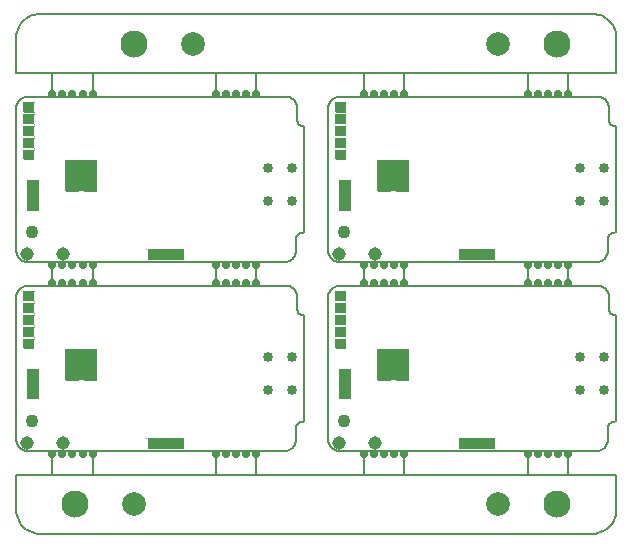
<source format=gbr>
*
%FSLAX26Y26*%
%MOIN*%
%ADD10C,0.033250*%
%ADD11C,0.042750*%
%ADD12R,0.043250X0.043250*%
%ADD13C,0.001500*%
%ADD14C,0.045000*%
%ADD15R,0.032500X0.032500*%
%ADD16C,0.004000*%
%ADD17R,0.101000X0.101000*%
%ADD18R,0.031750X0.031750*%
%ADD19C,0.005500*%
%ADD20R,0.005000X0.005000*%
%ADD21C,0.005906*%
%ADD22C,0.003000*%
%ADD23C,0.027559*%
%ADD24C,0.006063*%
%ADD25C,0.008000*%
%ADD26C,0.090551*%
%ADD27C,0.078740*%
%IPPOS*%
%LNgbs.gbr*%
%LPD*%
G75*
G54D10*
X844488Y205119D03*
X923228D03*
G54D11*
X57874Y101575D03*
G54D12*
Y193373D02*
Y253873D01*
G54D13*
X36249Y172498D02*
Y274748D01*
X79499Y172498D02*
Y274748D01*
G54D10*
X923228Y313386D03*
X844488D03*
G54D14*
X39370Y27560D03*
X159449D03*
G54D15*
X43276Y358268D02*
X47276D01*
G54D16*
X29026Y374518D02*
X61526D01*
X29026Y342018D02*
X61526D01*
G54D15*
X43276Y437008D02*
X47276D01*
G54D16*
X29026Y453258D02*
X61526D01*
X29026Y420758D02*
X61526D01*
G54D15*
X43276Y397638D02*
X47276D01*
G54D16*
X29026Y413888D02*
X61526D01*
X29026Y381388D02*
X61526D01*
G54D15*
X43276Y476379D02*
X47276D01*
G54D16*
X29026Y492629D02*
X61526D01*
X29026Y460129D02*
X61526D01*
G54D15*
X43276Y515749D02*
X47276D01*
G54D16*
X29026Y531999D02*
X61526D01*
X29026Y499499D02*
X61526D01*
G54D17*
X218079Y288977D02*
X222079D01*
G54D16*
X169579Y339477D02*
X270579D01*
X169579Y238477D02*
X270579D01*
G54D18*
X454000Y27166D02*
X546000D01*
G54D19*
X440875Y43041D02*
X559125D01*
X440875Y11291D02*
X559125D01*
%LPC*%
G75*
X559125Y11291D02*
G54D20*
X61044Y377953D02*
X29508D01*
Y417323D02*
X61044D01*
Y456693D02*
X29508D01*
X61044Y496064D02*
X29508D01*
%LPD*%
G75*
X29508Y496064D02*
G54D21*
X3937Y39371D02*
X4087Y35938D01*
X4535Y32536D01*
X5280Y29182D01*
X6311Y25906D01*
X7626Y22733D01*
X9213Y19686D01*
X11055Y16788D01*
X13150Y14064D01*
X15468Y11532D01*
X18000Y9213D01*
X20724Y7119D01*
X23622Y5276D01*
X26669Y3690D01*
X29843Y2375D01*
X33118Y1343D01*
X36472Y599D01*
X39874Y150D01*
X43307Y1D01*
X897638D01*
X901071Y150D01*
X904472Y599D01*
X907827Y1343D01*
X911102Y2375D01*
X914276Y3690D01*
X917323Y5276D01*
X920220Y7119D01*
X922945Y9213D01*
X925476Y11532D01*
X927795Y14064D01*
X929890Y16788D01*
X931732Y19686D01*
X933319Y22733D01*
X934634Y25906D01*
X935665Y29182D01*
X936409Y32536D01*
X936858Y35938D01*
X937008Y39371D01*
Y78741D01*
X937083Y80457D01*
X937307Y82158D01*
X937677Y83835D01*
X938197Y85473D01*
X938850Y87060D01*
X939646Y88583D01*
X940567Y90032D01*
X941614Y91394D01*
X942772Y92662D01*
X944039Y93819D01*
X945402Y94867D01*
X946850Y95788D01*
X948374Y96583D01*
X949961Y97237D01*
X951598Y97756D01*
X953276Y98127D01*
X954976Y98351D01*
X956693Y98426D01*
X957378Y98457D01*
X958059Y98544D01*
X958732Y98693D01*
X959386Y98902D01*
X960020Y99162D01*
X960630Y99481D01*
X961209Y99851D01*
X961756Y100268D01*
X962260Y100733D01*
X962724Y101237D01*
X963142Y101784D01*
X963512Y102363D01*
X963831Y102973D01*
X964091Y103607D01*
X964299Y104260D01*
X964449Y104934D01*
X964535Y105615D01*
X964567Y106300D01*
Y448819D01*
X964551Y449162D01*
X964508Y449504D01*
X964433Y449839D01*
X964331Y450166D01*
X964197Y450485D01*
X964039Y450788D01*
X963854Y451079D01*
X963646Y451351D01*
X963413Y451603D01*
X963161Y451835D01*
X962890Y452044D01*
X962598Y452229D01*
X962295Y452386D01*
X961976Y452520D01*
X961650Y452623D01*
X961315Y452697D01*
X960972Y452741D01*
X960630Y452756D01*
X958913Y452831D01*
X957213Y453056D01*
X955535Y453426D01*
X953898Y453945D01*
X952311Y454599D01*
X950787Y455394D01*
X949339Y456316D01*
X947976Y457363D01*
X946709Y458520D01*
X945551Y459788D01*
X944504Y461150D01*
X943583Y462599D01*
X942787Y464123D01*
X942134Y465709D01*
X941614Y467347D01*
X941244Y469024D01*
X941020Y470725D01*
X940945Y472441D01*
Y511812D01*
X940795Y515245D01*
X940346Y518646D01*
X939602Y522001D01*
X938571Y525276D01*
X937256Y528449D01*
X935669Y531497D01*
X933827Y534394D01*
X931732Y537119D01*
X929413Y539650D01*
X926882Y541969D01*
X924157Y544064D01*
X921260Y545906D01*
X918213Y547493D01*
X915039Y548808D01*
X911764Y549839D01*
X908409Y550583D01*
X905008Y551032D01*
X901575Y551182D01*
X43307D01*
X39874Y551032D01*
X36472Y550583D01*
X33118Y549839D01*
X29843Y548808D01*
X26669Y547493D01*
X23622Y545906D01*
X20724Y544064D01*
X18000Y541969D01*
X15468Y539650D01*
X13150Y537119D01*
X11055Y534394D01*
X9213Y531497D01*
X7626Y528449D01*
X6311Y525276D01*
X5280Y522001D01*
X4535Y518646D01*
X4087Y515245D01*
X3937Y511812D01*
Y39371D01*
%LPC*%
G75*
X3937Y39371D02*
G54D22*
X35689Y171910D02*
X80059D01*
Y275335D01*
X35689D01*
Y171910D01*
X63524Y344863D02*
Y359863D01*
Y390138D02*
Y405138D01*
Y429508D02*
Y444508D01*
Y469879D02*
Y482879D01*
Y509249D02*
Y522249D01*
X213579Y236477D02*
X226579D01*
X561555Y10812D02*
Y45414D01*
X438445D01*
Y10812D01*
X63524Y359863D02*
X65024D01*
Y344863D02*
X63524D01*
Y405138D02*
X65024D01*
Y390138D02*
X63524D01*
Y444508D02*
X65024D01*
Y429508D02*
X63524D01*
Y482879D02*
X65024D01*
Y469879D02*
X63524D01*
Y522249D02*
X65024D01*
Y509249D02*
X63524D01*
X213579Y234977D02*
Y236477D01*
X226579D02*
Y234977D01*
X563055Y10812D02*
X561555D01*
X438445D02*
X436945D01*
%LPD*%
G75*
X436945Y10812D02*
G54D23*
X124433Y559831D03*
X157898D03*
X191362D03*
X224827D03*
X258291D03*
X669616D03*
X703080D03*
X736545D03*
X770009D03*
X803474D03*
X124433Y-8580D03*
X157898D03*
X191362D03*
X224827D03*
X258291D03*
X669616D03*
X703080D03*
X736545D03*
X770009D03*
X803474D03*
G54D24*
X124433Y629866D02*
Y551182D01*
X258291Y629866D02*
Y551182D01*
X669616Y629866D02*
Y551182D01*
X803474Y629866D02*
Y551182D01*
X124433Y-56D02*
Y-78740D01*
X258291Y-56D02*
Y-78740D01*
X669616Y-56D02*
Y-78740D01*
X803474Y-56D02*
Y-78740D01*
G54D10*
X844488Y835040D03*
X923228D03*
G54D11*
X57874Y731497D03*
G54D12*
Y823294D02*
Y883794D01*
G54D13*
X36249Y802419D02*
Y904669D01*
X79499Y802419D02*
Y904669D01*
G54D10*
X923228Y943308D03*
X844488D03*
G54D14*
X39370Y657481D03*
X159449D03*
G54D15*
X43276Y988190D02*
X47276D01*
G54D16*
X29026Y1004440D02*
X61526D01*
X29026Y971940D02*
X61526D01*
G54D15*
X43276Y1066930D02*
X47276D01*
G54D16*
X29026Y1083180D02*
X61526D01*
X29026Y1050680D02*
X61526D01*
G54D15*
X43276Y1027560D02*
X47276D01*
G54D16*
X29026Y1043810D02*
X61526D01*
X29026Y1011310D02*
X61526D01*
G54D15*
X43276Y1106300D02*
X47276D01*
G54D16*
X29026Y1122550D02*
X61526D01*
X29026Y1090050D02*
X61526D01*
G54D15*
X43276Y1145670D02*
X47276D01*
G54D16*
X29026Y1161920D02*
X61526D01*
X29026Y1129420D02*
X61526D01*
G54D17*
X218079Y918898D02*
X222079D01*
G54D16*
X169579Y969398D02*
X270579D01*
X169579Y868398D02*
X270579D01*
G54D18*
X454000Y657087D02*
X546000D01*
G54D19*
X440875Y672962D02*
X559125D01*
X440875Y641212D02*
X559125D01*
%LPC*%
G75*
X559125Y641212D02*
G54D20*
X61044Y1007875D02*
X29508D01*
Y1047245D02*
X61044D01*
Y1086615D02*
X29508D01*
X61044Y1125985D02*
X29508D01*
%LPD*%
G75*
X29508Y1125985D02*
G54D21*
X3937Y669292D02*
X4087Y665859D01*
X4535Y662457D01*
X5280Y659103D01*
X6311Y655827D01*
X7626Y652654D01*
X9213Y649607D01*
X11055Y646709D01*
X13150Y643985D01*
X15468Y641453D01*
X18000Y639134D01*
X20724Y637040D01*
X23622Y635197D01*
X26669Y633611D01*
X29843Y632296D01*
X33118Y631264D01*
X36472Y630520D01*
X39874Y630071D01*
X43307Y629922D01*
X897638D01*
X901071Y630071D01*
X904472Y630520D01*
X907827Y631264D01*
X911102Y632296D01*
X914276Y633611D01*
X917323Y635197D01*
X920220Y637040D01*
X922945Y639134D01*
X925476Y641453D01*
X927795Y643985D01*
X929890Y646709D01*
X931732Y649607D01*
X933319Y652654D01*
X934634Y655827D01*
X935665Y659103D01*
X936409Y662457D01*
X936858Y665859D01*
X937008Y669292D01*
Y708662D01*
X937083Y710379D01*
X937307Y712079D01*
X937677Y713756D01*
X938197Y715394D01*
X938850Y716981D01*
X939646Y718504D01*
X940567Y719953D01*
X941614Y721316D01*
X942772Y722583D01*
X944039Y723741D01*
X945402Y724788D01*
X946850Y725709D01*
X948374Y726504D01*
X949961Y727158D01*
X951598Y727678D01*
X953276Y728048D01*
X954976Y728272D01*
X956693Y728347D01*
X957378Y728379D01*
X958059Y728465D01*
X958732Y728615D01*
X959386Y728823D01*
X960020Y729083D01*
X960630Y729402D01*
X961209Y729772D01*
X961756Y730190D01*
X962260Y730654D01*
X962724Y731158D01*
X963142Y731705D01*
X963512Y732284D01*
X963831Y732894D01*
X964091Y733528D01*
X964299Y734182D01*
X964449Y734855D01*
X964535Y735536D01*
X964567Y736221D01*
Y1078741D01*
X964551Y1079083D01*
X964508Y1079426D01*
X964433Y1079760D01*
X964331Y1080087D01*
X964197Y1080406D01*
X964039Y1080709D01*
X963854Y1081001D01*
X963646Y1081272D01*
X963413Y1081524D01*
X963161Y1081756D01*
X962890Y1081965D01*
X962598Y1082150D01*
X962295Y1082308D01*
X961976Y1082441D01*
X961650Y1082544D01*
X961315Y1082619D01*
X960972Y1082662D01*
X960630Y1082678D01*
X958913Y1082753D01*
X957213Y1082977D01*
X955535Y1083347D01*
X953898Y1083867D01*
X952311Y1084520D01*
X950787Y1085316D01*
X949339Y1086237D01*
X947976Y1087284D01*
X946709Y1088441D01*
X945551Y1089709D01*
X944504Y1091071D01*
X943583Y1092520D01*
X942787Y1094044D01*
X942134Y1095630D01*
X941614Y1097268D01*
X941244Y1098945D01*
X941020Y1100646D01*
X940945Y1102363D01*
Y1141733D01*
X940795Y1145166D01*
X940346Y1148567D01*
X939602Y1151922D01*
X938571Y1155197D01*
X937256Y1158371D01*
X935669Y1161418D01*
X933827Y1164316D01*
X931732Y1167040D01*
X929413Y1169571D01*
X926882Y1171890D01*
X924157Y1173985D01*
X921260Y1175827D01*
X918213Y1177414D01*
X915039Y1178729D01*
X911764Y1179760D01*
X908409Y1180504D01*
X905008Y1180953D01*
X901575Y1181103D01*
X43307D01*
X39874Y1180953D01*
X36472Y1180504D01*
X33118Y1179760D01*
X29843Y1178729D01*
X26669Y1177414D01*
X23622Y1175827D01*
X20724Y1173985D01*
X18000Y1171890D01*
X15468Y1169571D01*
X13150Y1167040D01*
X11055Y1164316D01*
X9213Y1161418D01*
X7626Y1158371D01*
X6311Y1155197D01*
X5280Y1151922D01*
X4535Y1148567D01*
X4087Y1145166D01*
X3937Y1141733D01*
Y669292D01*
%LPC*%
G75*
X3937Y669292D02*
G54D22*
X35689Y801831D02*
X80059D01*
Y905256D01*
X35689D01*
Y801831D01*
X63524Y974784D02*
Y989784D01*
Y1020060D02*
Y1035060D01*
Y1059430D02*
Y1074430D01*
Y1099800D02*
Y1112800D01*
Y1139170D02*
Y1152170D01*
X213579Y866398D02*
X226579D01*
X561555Y640733D02*
Y675335D01*
X438445D01*
Y640733D01*
X63524Y989784D02*
X65024D01*
Y974784D02*
X63524D01*
Y1035060D02*
X65024D01*
Y1020060D02*
X63524D01*
Y1074430D02*
X65024D01*
Y1059430D02*
X63524D01*
Y1112800D02*
X65024D01*
Y1099800D02*
X63524D01*
Y1152170D02*
X65024D01*
Y1139170D02*
X63524D01*
X213579Y864898D02*
Y866398D01*
X226579D02*
Y864898D01*
X563055Y640733D02*
X561555D01*
X438445D02*
X436945D01*
%LPD*%
G75*
X436945Y640733D02*
G54D23*
X124433Y1189752D03*
X157898D03*
X191362D03*
X224827D03*
X258291D03*
X669616D03*
X703080D03*
X736545D03*
X770009D03*
X803474D03*
X124433Y621341D03*
X157898D03*
X191362D03*
X224827D03*
X258291D03*
X669616D03*
X703080D03*
X736545D03*
X770009D03*
X803474D03*
G54D24*
X124433Y1259787D02*
Y1181103D01*
X258291Y1259787D02*
Y1181103D01*
X669616Y1259787D02*
Y1181103D01*
X803474Y1259787D02*
Y1181103D01*
X124433Y629866D02*
Y551182D01*
X258291Y629866D02*
Y551182D01*
X669616Y629866D02*
Y551182D01*
X803474Y629866D02*
Y551182D01*
G54D10*
X1883858Y205119D03*
X1962598D03*
G54D11*
X1097244Y101575D03*
G54D12*
Y193373D02*
Y253873D01*
G54D13*
X1075619Y172498D02*
Y274748D01*
X1118869Y172498D02*
Y274748D01*
G54D10*
X1962598Y313386D03*
X1883858D03*
G54D14*
X1078740Y27560D03*
X1198819D03*
G54D15*
X1082646Y358268D02*
X1086646D01*
G54D16*
X1068396Y374518D02*
X1100896D01*
X1068396Y342018D02*
X1100896D01*
G54D15*
X1082646Y437008D02*
X1086646D01*
G54D16*
X1068396Y453258D02*
X1100896D01*
X1068396Y420758D02*
X1100896D01*
G54D15*
X1082646Y397638D02*
X1086646D01*
G54D16*
X1068396Y413888D02*
X1100896D01*
X1068396Y381388D02*
X1100896D01*
G54D15*
X1082646Y476379D02*
X1086646D01*
G54D16*
X1068396Y492629D02*
X1100896D01*
X1068396Y460129D02*
X1100896D01*
G54D15*
X1082646Y515749D02*
X1086646D01*
G54D16*
X1068396Y531999D02*
X1100896D01*
X1068396Y499499D02*
X1100896D01*
G54D17*
X1257449Y288977D02*
X1261449D01*
G54D16*
X1208949Y339477D02*
X1309949D01*
X1208949Y238477D02*
X1309949D01*
G54D18*
X1493370Y27166D02*
X1585370D01*
G54D19*
X1480245Y43041D02*
X1598495D01*
X1480245Y11291D02*
X1598495D01*
%LPC*%
G75*
X1598495Y11291D02*
G54D20*
X1100414Y377953D02*
X1068878D01*
Y417323D02*
X1100414D01*
Y456693D02*
X1068878D01*
X1100414Y496064D02*
X1068878D01*
%LPD*%
G75*
X1068878Y496064D02*
G54D21*
X1043307Y39371D02*
X1043457Y35938D01*
X1043906Y32536D01*
X1044650Y29182D01*
X1045681Y25906D01*
X1046996Y22733D01*
X1048583Y19686D01*
X1050425Y16788D01*
X1052520Y14064D01*
X1054839Y11532D01*
X1057370Y9213D01*
X1060094Y7119D01*
X1062992Y5276D01*
X1066039Y3690D01*
X1069213Y2375D01*
X1072488Y1343D01*
X1075843Y599D01*
X1079244Y150D01*
X1082677Y1D01*
X1937008D01*
X1940441Y150D01*
X1943843Y599D01*
X1947197Y1343D01*
X1950472Y2375D01*
X1953646Y3690D01*
X1956693Y5276D01*
X1959591Y7119D01*
X1962315Y9213D01*
X1964846Y11532D01*
X1967165Y14064D01*
X1969260Y16788D01*
X1971102Y19686D01*
X1972689Y22733D01*
X1974004Y25906D01*
X1975035Y29182D01*
X1975780Y32536D01*
X1976228Y35938D01*
X1976378Y39371D01*
Y78741D01*
X1976453Y80457D01*
X1976677Y82158D01*
X1977047Y83835D01*
X1977567Y85473D01*
X1978220Y87060D01*
X1979016Y88583D01*
X1979937Y90032D01*
X1980984Y91394D01*
X1982142Y92662D01*
X1983409Y93819D01*
X1984772Y94867D01*
X1986220Y95788D01*
X1987744Y96583D01*
X1989331Y97237D01*
X1990968Y97756D01*
X1992646Y98127D01*
X1994346Y98351D01*
X1996063Y98426D01*
X1996748Y98457D01*
X1997429Y98544D01*
X1998102Y98693D01*
X1998756Y98902D01*
X1999390Y99162D01*
X2000000Y99481D01*
X2000579Y99851D01*
X2001126Y100268D01*
X2001630Y100733D01*
X2002094Y101237D01*
X2002512Y101784D01*
X2002882Y102363D01*
X2003201Y102973D01*
X2003461Y103607D01*
X2003669Y104260D01*
X2003819Y104934D01*
X2003906Y105615D01*
X2003937Y106300D01*
Y448819D01*
X2003921Y449162D01*
X2003878Y449504D01*
X2003803Y449839D01*
X2003701Y450166D01*
X2003567Y450485D01*
X2003409Y450788D01*
X2003224Y451079D01*
X2003016Y451351D01*
X2002783Y451603D01*
X2002531Y451835D01*
X2002260Y452044D01*
X2001968Y452229D01*
X2001665Y452386D01*
X2001346Y452520D01*
X2001020Y452623D01*
X2000685Y452697D01*
X2000343Y452741D01*
X2000000Y452756D01*
X1998283Y452831D01*
X1996583Y453056D01*
X1994906Y453426D01*
X1993268Y453945D01*
X1991681Y454599D01*
X1990157Y455394D01*
X1988709Y456316D01*
X1987346Y457363D01*
X1986079Y458520D01*
X1984921Y459788D01*
X1983874Y461150D01*
X1982953Y462599D01*
X1982157Y464123D01*
X1981504Y465709D01*
X1980984Y467347D01*
X1980614Y469024D01*
X1980390Y470725D01*
X1980315Y472441D01*
Y511812D01*
X1980165Y515245D01*
X1979717Y518646D01*
X1978972Y522001D01*
X1977941Y525276D01*
X1976626Y528449D01*
X1975039Y531497D01*
X1973197Y534394D01*
X1971102Y537119D01*
X1968783Y539650D01*
X1966252Y541969D01*
X1963528Y544064D01*
X1960630Y545906D01*
X1957583Y547493D01*
X1954409Y548808D01*
X1951134Y549839D01*
X1947780Y550583D01*
X1944378Y551032D01*
X1940945Y551182D01*
X1082677D01*
X1079244Y551032D01*
X1075843Y550583D01*
X1072488Y549839D01*
X1069213Y548808D01*
X1066039Y547493D01*
X1062992Y545906D01*
X1060094Y544064D01*
X1057370Y541969D01*
X1054839Y539650D01*
X1052520Y537119D01*
X1050425Y534394D01*
X1048583Y531497D01*
X1046996Y528449D01*
X1045681Y525276D01*
X1044650Y522001D01*
X1043906Y518646D01*
X1043457Y515245D01*
X1043307Y511812D01*
Y39371D01*
%LPC*%
G75*
X1043307Y39371D02*
G54D22*
X1075059Y171910D02*
X1119429D01*
Y275335D01*
X1075059D01*
Y171910D01*
X1102894Y344863D02*
Y359863D01*
Y390138D02*
Y405138D01*
Y429508D02*
Y444508D01*
Y469879D02*
Y482879D01*
Y509249D02*
Y522249D01*
X1252949Y236477D02*
X1265949D01*
X1600925Y10812D02*
Y45414D01*
X1477815D01*
Y10812D01*
X1102894Y359863D02*
X1104394D01*
Y344863D02*
X1102894D01*
Y405138D02*
X1104394D01*
Y390138D02*
X1102894D01*
Y444508D02*
X1104394D01*
Y429508D02*
X1102894D01*
Y482879D02*
X1104394D01*
Y469879D02*
X1102894D01*
Y522249D02*
X1104394D01*
Y509249D02*
X1102894D01*
X1252949Y234977D02*
Y236477D01*
X1265949D02*
Y234977D01*
X1602425Y10812D02*
X1600925D01*
X1477815D02*
X1476315D01*
%LPD*%
G75*
X1476315Y10812D02*
G54D23*
X1163803Y559831D03*
X1197268D03*
X1230732D03*
X1264197D03*
X1297661D03*
X1708986D03*
X1742450D03*
X1775915D03*
X1809379D03*
X1842844D03*
X1163803Y-8580D03*
X1197268D03*
X1230732D03*
X1264197D03*
X1297661D03*
X1708986D03*
X1742450D03*
X1775915D03*
X1809379D03*
X1842844D03*
G54D24*
X1163803Y629866D02*
Y551182D01*
X1297661Y629866D02*
Y551182D01*
X1708986Y629866D02*
Y551182D01*
X1842844Y629866D02*
Y551182D01*
X1163803Y-56D02*
Y-78740D01*
X1297661Y-56D02*
Y-78740D01*
X1708986Y-56D02*
Y-78740D01*
X1842844Y-56D02*
Y-78740D01*
G54D10*
X1883858Y835040D03*
X1962598D03*
G54D11*
X1097244Y731497D03*
G54D12*
Y823294D02*
Y883794D01*
G54D13*
X1075619Y802419D02*
Y904669D01*
X1118869Y802419D02*
Y904669D01*
G54D10*
X1962598Y943308D03*
X1883858D03*
G54D14*
X1078740Y657481D03*
X1198819D03*
G54D15*
X1082646Y988190D02*
X1086646D01*
G54D16*
X1068396Y1004440D02*
X1100896D01*
X1068396Y971940D02*
X1100896D01*
G54D15*
X1082646Y1066930D02*
X1086646D01*
G54D16*
X1068396Y1083180D02*
X1100896D01*
X1068396Y1050680D02*
X1100896D01*
G54D15*
X1082646Y1027560D02*
X1086646D01*
G54D16*
X1068396Y1043810D02*
X1100896D01*
X1068396Y1011310D02*
X1100896D01*
G54D15*
X1082646Y1106300D02*
X1086646D01*
G54D16*
X1068396Y1122550D02*
X1100896D01*
X1068396Y1090050D02*
X1100896D01*
G54D15*
X1082646Y1145670D02*
X1086646D01*
G54D16*
X1068396Y1161920D02*
X1100896D01*
X1068396Y1129420D02*
X1100896D01*
G54D17*
X1257449Y918898D02*
X1261449D01*
G54D16*
X1208949Y969398D02*
X1309949D01*
X1208949Y868398D02*
X1309949D01*
G54D18*
X1493370Y657087D02*
X1585370D01*
G54D19*
X1480245Y672962D02*
X1598495D01*
X1480245Y641212D02*
X1598495D01*
%LPC*%
G75*
X1598495Y641212D02*
G54D20*
X1100414Y1007875D02*
X1068878D01*
Y1047245D02*
X1100414D01*
Y1086615D02*
X1068878D01*
X1100414Y1125985D02*
X1068878D01*
%LPD*%
G75*
X1068878Y1125985D02*
G54D21*
X1043307Y669292D02*
X1043457Y665859D01*
X1043906Y662457D01*
X1044650Y659103D01*
X1045681Y655827D01*
X1046996Y652654D01*
X1048583Y649607D01*
X1050425Y646709D01*
X1052520Y643985D01*
X1054839Y641453D01*
X1057370Y639134D01*
X1060094Y637040D01*
X1062992Y635197D01*
X1066039Y633611D01*
X1069213Y632296D01*
X1072488Y631264D01*
X1075843Y630520D01*
X1079244Y630071D01*
X1082677Y629922D01*
X1937008D01*
X1940441Y630071D01*
X1943843Y630520D01*
X1947197Y631264D01*
X1950472Y632296D01*
X1953646Y633611D01*
X1956693Y635197D01*
X1959591Y637040D01*
X1962315Y639134D01*
X1964846Y641453D01*
X1967165Y643985D01*
X1969260Y646709D01*
X1971102Y649607D01*
X1972689Y652654D01*
X1974004Y655827D01*
X1975035Y659103D01*
X1975780Y662457D01*
X1976228Y665859D01*
X1976378Y669292D01*
Y708662D01*
X1976453Y710379D01*
X1976677Y712079D01*
X1977047Y713756D01*
X1977567Y715394D01*
X1978220Y716981D01*
X1979016Y718504D01*
X1979937Y719953D01*
X1980984Y721316D01*
X1982142Y722583D01*
X1983409Y723741D01*
X1984772Y724788D01*
X1986220Y725709D01*
X1987744Y726504D01*
X1989331Y727158D01*
X1990968Y727678D01*
X1992646Y728048D01*
X1994346Y728272D01*
X1996063Y728347D01*
X1996748Y728379D01*
X1997429Y728465D01*
X1998102Y728615D01*
X1998756Y728823D01*
X1999390Y729083D01*
X2000000Y729402D01*
X2000579Y729772D01*
X2001126Y730190D01*
X2001630Y730654D01*
X2002094Y731158D01*
X2002512Y731705D01*
X2002882Y732284D01*
X2003201Y732894D01*
X2003461Y733528D01*
X2003669Y734182D01*
X2003819Y734855D01*
X2003906Y735536D01*
X2003937Y736221D01*
Y1078741D01*
X2003921Y1079083D01*
X2003878Y1079426D01*
X2003803Y1079760D01*
X2003701Y1080087D01*
X2003567Y1080406D01*
X2003409Y1080709D01*
X2003224Y1081001D01*
X2003016Y1081272D01*
X2002783Y1081524D01*
X2002531Y1081756D01*
X2002260Y1081965D01*
X2001968Y1082150D01*
X2001665Y1082308D01*
X2001346Y1082441D01*
X2001020Y1082544D01*
X2000685Y1082619D01*
X2000343Y1082662D01*
X2000000Y1082678D01*
X1998283Y1082753D01*
X1996583Y1082977D01*
X1994906Y1083347D01*
X1993268Y1083867D01*
X1991681Y1084520D01*
X1990157Y1085316D01*
X1988709Y1086237D01*
X1987346Y1087284D01*
X1986079Y1088441D01*
X1984921Y1089709D01*
X1983874Y1091071D01*
X1982953Y1092520D01*
X1982157Y1094044D01*
X1981504Y1095630D01*
X1980984Y1097268D01*
X1980614Y1098945D01*
X1980390Y1100646D01*
X1980315Y1102363D01*
Y1141733D01*
X1980165Y1145166D01*
X1979717Y1148567D01*
X1978972Y1151922D01*
X1977941Y1155197D01*
X1976626Y1158371D01*
X1975039Y1161418D01*
X1973197Y1164316D01*
X1971102Y1167040D01*
X1968783Y1169571D01*
X1966252Y1171890D01*
X1963528Y1173985D01*
X1960630Y1175827D01*
X1957583Y1177414D01*
X1954409Y1178729D01*
X1951134Y1179760D01*
X1947780Y1180504D01*
X1944378Y1180953D01*
X1940945Y1181103D01*
X1082677D01*
X1079244Y1180953D01*
X1075843Y1180504D01*
X1072488Y1179760D01*
X1069213Y1178729D01*
X1066039Y1177414D01*
X1062992Y1175827D01*
X1060094Y1173985D01*
X1057370Y1171890D01*
X1054839Y1169571D01*
X1052520Y1167040D01*
X1050425Y1164316D01*
X1048583Y1161418D01*
X1046996Y1158371D01*
X1045681Y1155197D01*
X1044650Y1151922D01*
X1043906Y1148567D01*
X1043457Y1145166D01*
X1043307Y1141733D01*
Y669292D01*
%LPC*%
G75*
X1043307Y669292D02*
G54D22*
X1075059Y801831D02*
X1119429D01*
Y905256D01*
X1075059D01*
Y801831D01*
X1102894Y974784D02*
Y989784D01*
Y1020060D02*
Y1035060D01*
Y1059430D02*
Y1074430D01*
Y1099800D02*
Y1112800D01*
Y1139170D02*
Y1152170D01*
X1252949Y866398D02*
X1265949D01*
X1600925Y640733D02*
Y675335D01*
X1477815D01*
Y640733D01*
X1102894Y989784D02*
X1104394D01*
Y974784D02*
X1102894D01*
Y1035060D02*
X1104394D01*
Y1020060D02*
X1102894D01*
Y1074430D02*
X1104394D01*
Y1059430D02*
X1102894D01*
Y1112800D02*
X1104394D01*
Y1099800D02*
X1102894D01*
Y1152170D02*
X1104394D01*
Y1139170D02*
X1102894D01*
X1252949Y864898D02*
Y866398D01*
X1265949D02*
Y864898D01*
X1602425Y640733D02*
X1600925D01*
X1477815D02*
X1476315D01*
%LPD*%
G75*
X1476315Y640733D02*
G54D23*
X1163803Y1189752D03*
X1197268D03*
X1230732D03*
X1264197D03*
X1297661D03*
X1708986D03*
X1742450D03*
X1775915D03*
X1809379D03*
X1842844D03*
X1163803Y621341D03*
X1197268D03*
X1230732D03*
X1264197D03*
X1297661D03*
X1708986D03*
X1742450D03*
X1775915D03*
X1809379D03*
X1842844D03*
G54D24*
X1163803Y1259787D02*
Y1181103D01*
X1297661Y1259787D02*
Y1181103D01*
X1708986Y1259787D02*
Y1181103D01*
X1842844Y1259787D02*
Y1181103D01*
X1163803Y629866D02*
Y551182D01*
X1297661Y629866D02*
Y551182D01*
X1708986Y629866D02*
Y551182D01*
X1842844Y629866D02*
Y551182D01*
G54D25*
X82677Y-275590D02*
X1925197D01*
X2003937Y-196850D02*
Y-78740D01*
X3937D02*
Y-196850D01*
X2003937Y-78740D02*
X3937D01*
Y1259843D02*
X2003937D01*
Y1377953D01*
X1925197Y1456693D02*
X82677D01*
X3937Y1377953D02*
Y1259843D01*
X82677Y-275590D02*
X73880Y-275097D01*
X65193Y-273624D01*
X56725Y-271190D01*
X48582Y-267825D01*
X40866Y-263572D01*
X33673Y-258483D01*
X27094Y-252622D01*
X21211Y-246063D01*
X16098Y-238888D01*
X11818Y-231186D01*
X8425Y-223054D01*
X5963Y-214595D01*
X4460Y-205913D01*
X3938Y-197117D01*
X3937Y-196850D01*
X82677Y1456693D02*
X73880Y1456200D01*
X65193Y1454727D01*
X56725Y1452293D01*
X48582Y1448928D01*
X40866Y1444675D01*
X33673Y1439586D01*
X27094Y1433725D01*
X21211Y1427166D01*
X16098Y1419991D01*
X11818Y1412289D01*
X8425Y1404157D01*
X5963Y1395698D01*
X4460Y1387016D01*
X3938Y1378220D01*
X3937Y1377953D01*
X2003937D02*
X2003444Y1386750D01*
X2001971Y1395437D01*
X1999537Y1403905D01*
X1996172Y1412048D01*
X1991919Y1419764D01*
X1986830Y1426957D01*
X1980969Y1433536D01*
X1974410Y1439419D01*
X1967235Y1444532D01*
X1959533Y1448812D01*
X1951401Y1452205D01*
X1942942Y1454667D01*
X1934260Y1456170D01*
X1925464Y1456692D01*
X1925197Y1456693D01*
Y-275590D02*
X1933994Y-275097D01*
X1942681Y-273624D01*
X1951149Y-271190D01*
X1959292Y-267825D01*
X1967008Y-263572D01*
X1974201Y-258483D01*
X1980780Y-252622D01*
X1986663Y-246063D01*
X1991776Y-238888D01*
X1996056Y-231186D01*
X1999449Y-223054D01*
X2001912Y-214595D01*
X2003414Y-205913D01*
X2003937Y-197117D01*
X2003937Y-196850D01*
G54D26*
X200787Y-177165D03*
X1807087D03*
Y1358268D03*
X397638D03*
G54D27*
Y-177165D03*
X1610236D03*
Y1358268D03*
X594488D03*
M02*

</source>
